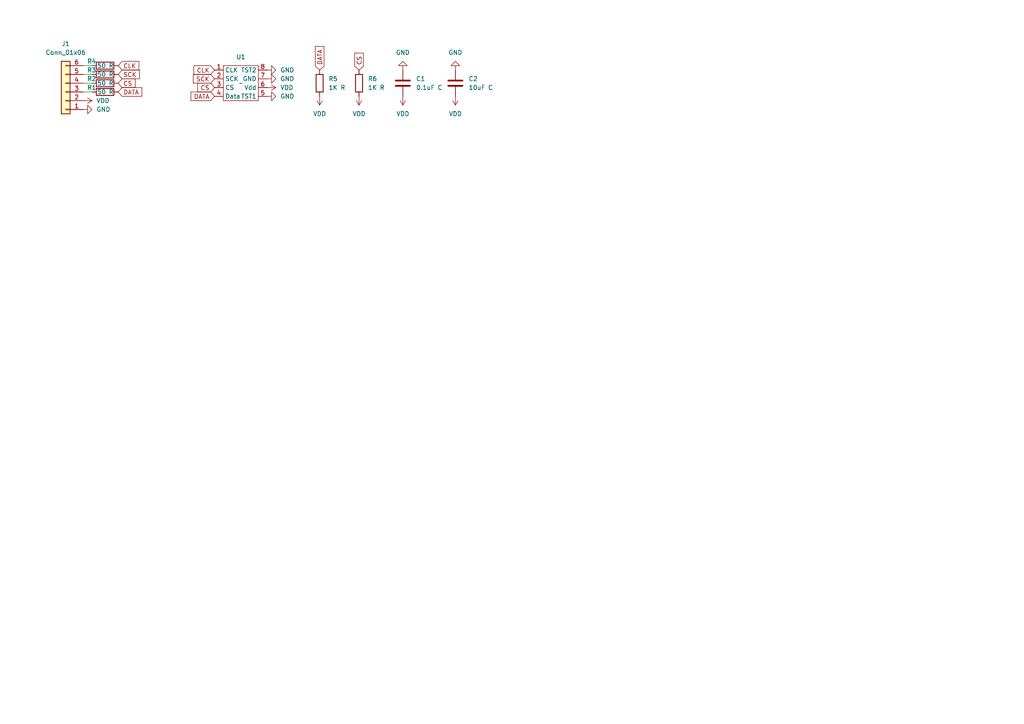
<source format=kicad_sch>
(kicad_sch (version 20230121) (generator eeschema)
  (paper "A4")
  (lib_symbols
    (symbol "Connector_Generic:Conn_01x06" (pin_names (offset 1.016) hide)
      (property "Reference" "J" (at 0 7.62 0))
      (property "Value" "Conn_01x06" (at 0 -10.16 0))
      (symbol "Conn_01x06_1_1"
        (rectangle (start -1.27 -7.493) (end 0 -7.747) (stroke (width 0.1524)))
        (rectangle (start -1.27 -4.953) (end 0 -5.207) (stroke (width 0.1524)))
        (rectangle (start -1.27 -2.413) (end 0 -2.667) (stroke (width 0.1524)))
        (rectangle (start -1.27 0.127) (end 0 -0.127) (stroke (width 0.1524)))
        (rectangle (start -1.27 2.667) (end 0 2.413) (stroke (width 0.1524)))
        (rectangle (start -1.27 5.207) (end 0 4.953) (stroke (width 0.1524)))
        (rectangle (start -1.27 6.35) (end 1.27 -8.89) (stroke (width 0.254)) (fill (type background)))
        (pin passive line (at -5.08 5.08 0) (length 3.81) (name "Pin_1") (number "1"))
        (pin passive line (at -5.08 2.54 0) (length 3.81) (name "Pin_2") (number "2"))
        (pin passive line (at -5.08 0 0) (length 3.81) (name "Pin_3") (number "3"))
        (pin passive line (at -5.08 -2.54 0) (length 3.81) (name "Pin_4") (number "4"))
        (pin passive line (at -5.08 -5.08 0) (length 3.81) (name "Pin_5") (number "5"))
        (pin passive line (at -5.08 -7.62 0) (length 3.81) (name "Pin_6") (number "6"))
      )
    )
    (symbol "Device:C" (pin_numbers hide) (pin_names (offset 0.254))
      (property "Reference" "C" (at 0.635 2.54 0))
      (property "Value" "C" (at 0.635 -2.54 0))
      (symbol "C_0_1"
        (polyline (pts (xy -2.032 -0.762) (xy 2.032 -0.762)) (stroke (width 0.508)))
        (polyline (pts (xy -2.032 0.762) (xy 2.032 0.762)) (stroke (width 0.508)))
      )
      (symbol "C_1_1"
        (pin passive line (at 0 3.81 270) (length 2.794) (name "~") (number "1"))
        (pin passive line (at 0 -3.81 90) (length 2.794) (name "~") (number "2"))
      )
    )
    (symbol "Device:R" (pin_numbers hide) (pin_names (offset 0))
      (property "Reference" "R" (at 2.032 0 90))
      (property "Value" "R" (at 0 0 90))
      (symbol "R_0_1"
        (rectangle (start -1.016 -2.54) (end 1.016 2.54) (stroke (width 0.254)))
      )
      (symbol "R_1_1"
        (pin passive line (at 0 3.81 270) (length 1.27) (name "~") (number "1"))
        (pin passive line (at 0 -3.81 90) (length 1.27) (name "~") (number "2"))
      )
    )
    (symbol "power:GND" (power) (pin_names (offset 0))
      (property "Value" "GND" (at 0 -3.81 0))
      (symbol "GND_0_1"
        (polyline (pts (xy 0 0) (xy 0 -1.27) (xy 1.27 -1.27) (xy 0 -2.54) (xy -1.27 -1.27) (xy 0 -1.27)))
      )
      (symbol "GND_1_1"
        (pin power_in line (at 0 0 270) (length 0) hide (name "GND") (number "1"))
      )
    )
    (symbol "power:VDD" (power) (pin_names (offset 0))
      (property "Value" "VDD" (at 0 3.81 0))
      (symbol "VDD_0_1"
        (polyline (pts (xy -0.762 1.27) (xy 0 2.54)))
        (polyline (pts (xy 0 0) (xy 0 2.54)))
        (polyline (pts (xy 0 2.54) (xy 0.762 1.27)))
      )
      (symbol "VDD_1_1"
        (pin power_in line (at 0 0 90) (length 0) hide (name "VDD") (number "1"))
      )
    )
    (symbol "tle:tle5010"
      (property "Reference" "U" (at 0 0 0))
      (symbol "tle5010_0_1"
        (polyline (pts (xy -5.08 5.08) (xy -5.08 -5.08) (xy 5.08 -5.08) (xy 5.08 5.08) (xy -5.08 5.08)))
      )
      (symbol "tle5010_1_1"
        (pin input line (at -7.62 3.81 0) (length 2.54) (name "CLK") (number "1"))
        (pin input line (at -7.62 1.27 0) (length 2.54) (name "SCK") (number "2"))
        (pin input line (at -7.62 -1.27 0) (length 2.54) (name "CS") (number "3"))
        (pin input line (at -7.62 -3.81 0) (length 2.54) (name "Data") (number "4"))
        (pin input line (at 7.62 -3.81 180) (length 2.54) (name "TST1") (number "5"))
        (pin power_in line (at 7.62 -1.27 180) (length 2.54) (name "Vdd") (number "6"))
        (pin power_in line (at 7.62 1.27 180) (length 2.54) (name "GND") (number "7"))
        (pin input line (at 7.62 3.81 180) (length 2.54) (name "TST2") (number "8"))
      )
    )
  )
  (wire (pts (xy 26.67 26.67) (xy 24.13 26.67)))
  (wire (pts (xy 24.13 21.59) (xy 26.67 21.59)))
  (wire (pts (xy 24.13 24.13) (xy 26.67 24.13)))
  (wire (pts (xy 26.67 19.05) (xy 24.13 19.05)))
  (global_label "CS" (shape input) (at 34.29 24.13 0) (property "Intersheetrefs" "${INTERSHEET_REFS}" (effects hide)))
  (global_label "DATA" (shape input) (at 62.23 27.94 180) (property "Intersheetrefs" "${INTERSHEET_REFS}" (effects hide)))
  (global_label "CS" (shape input) (at 62.23 25.4 180) (property "Intersheetrefs" "${INTERSHEET_REFS}" (effects hide)))
  (global_label "CS" (shape input) (at 104.14 20.32 90) (property "Intersheetrefs" "${INTERSHEET_REFS}" (effects hide)))
  (global_label "DATA" (shape input) (at 34.29 26.67 0) (property "Intersheetrefs" "${INTERSHEET_REFS}" (effects hide)))
  (global_label "SCK" (shape input) (at 62.23 22.86 180) (property "Intersheetrefs" "${INTERSHEET_REFS}" (effects hide)))
  (global_label "SCK" (shape input) (at 34.29 21.59 0) (property "Intersheetrefs" "${INTERSHEET_REFS}" (effects hide)))
  (global_label "DATA" (shape input) (at 92.71 20.32 90) (property "Intersheetrefs" "${INTERSHEET_REFS}" (effects hide)))
  (global_label "CLK" (shape input) (at 34.29 19.05 0) (property "Intersheetrefs" "${INTERSHEET_REFS}" (effects hide)))
  (global_label "CLK" (shape input) (at 62.23 20.32 180) (property "Intersheetrefs" "${INTERSHEET_REFS}" (effects hide)))
  (symbol (lib_id "power:VDD") (at 104.14 27.94 180) (unit 1)
    (property "Reference" "#PWR08" (effects hide))
    (property "Value" "VDD" (at 104.14 33.02 0))
  )
  (symbol (lib_id "power:VDD") (at 24.13 29.21 270) (unit 1)
    (property "Reference" "#PWR02" (effects hide))
    (property "Value" "VDD" (at 27.94 29.21 90) (effects (justify left)))
  )
  (symbol (lib_id "power:GND") (at 24.13 31.75 90) (unit 1)
    (property "Reference" "#PWR01" (effects hide))
    (property "Value" "GND" (at 27.94 31.75 90) (effects (justify right)))
  )
  (symbol (lib_id "Device:R") (at 30.48 21.59 90) (unit 1)
    (property "Reference" "R3" (at 27.94 20.32 90) (effects (justify left)))
    (property "Value" "50 R" (at 33.02 21.59 90) (effects (justify left)))
    (property "Footprint" "Resistor_SMD:R_0805_2012Metric_Pad1.20x1.40mm_HandSolder" (effects hide))
  )
  (symbol (lib_id "Connector_Generic:Conn_01x06") (at 19.05 26.67 180) (unit 1)
    (property "Reference" "J1" (at 19.05 12.7 0))
    (property "Value" "Conn_01x06" (at 19.05 15.24 0))
    (property "Footprint" "Connector_PinHeader_2.54mm:PinHeader_1x06_P2.54mm_Vertical" (effects hide))
  )
  (symbol (lib_id "Device:R") (at 30.48 26.67 90) (unit 1)
    (property "Reference" "R1" (at 27.94 25.4 90) (effects (justify left)))
    (property "Value" "50 R" (at 33.02 26.67 90) (effects (justify left)))
    (property "Footprint" "Resistor_SMD:R_0805_2012Metric_Pad1.20x1.40mm_HandSolder" (effects hide))
  )
  (symbol (lib_id "power:GND") (at 77.47 22.86 90) (unit 1)
    (property "Reference" "#PWR04" (effects hide))
    (property "Value" "GND" (at 81.28 22.86 90) (effects (justify right)))
  )
  (symbol (lib_id "Device:C") (at 132.08 24.13 180) (unit 1)
    (property "Reference" "C2" (at 135.89 22.86 0) (effects (justify right)))
    (property "Value" "10uF C" (at 135.89 25.4 0) (effects (justify right)))
    (property "Footprint" "Capacitor_SMD:C_0805_2012Metric_Pad1.18x1.45mm_HandSolder" (effects hide))
  )
  (symbol (lib_id "power:GND") (at 77.47 20.32 90) (unit 1)
    (property "Reference" "#PWR05" (effects hide))
    (property "Value" "GND" (at 81.28 20.32 90) (effects (justify right)))
  )
  (symbol (lib_id "Device:R") (at 30.48 19.05 90) (unit 1)
    (property "Reference" "R4" (at 27.94 17.78 90) (effects (justify left)))
    (property "Value" "50 R" (at 33.02 19.05 90) (effects (justify left)))
    (property "Footprint" "Resistor_SMD:R_0805_2012Metric_Pad1.20x1.40mm_HandSolder" (effects hide))
  )
  (symbol (lib_id "power:GND") (at 77.47 27.94 90) (unit 1)
    (property "Reference" "#PWR06" (effects hide))
    (property "Value" "GND" (at 81.28 27.94 90) (effects (justify right)))
  )
  (symbol (lib_id "power:VDD") (at 132.08 27.94 180) (unit 1)
    (property "Reference" "#PWR012" (effects hide))
    (property "Value" "VDD" (at 132.08 33.02 0))
  )
  (symbol (lib_id "power:VDD") (at 116.84 27.94 180) (unit 1)
    (property "Reference" "#PWR010" (effects hide))
    (property "Value" "VDD" (at 116.84 33.02 0))
  )
  (symbol (lib_id "power:VDD") (at 92.71 27.94 180) (unit 1)
    (property "Reference" "#PWR07" (effects hide))
    (property "Value" "VDD" (at 92.71 33.02 0))
  )
  (symbol (lib_id "Device:R") (at 92.71 24.13 0) (unit 1)
    (property "Reference" "R5" (at 95.25 22.86 0) (effects (justify left)))
    (property "Value" "1K R" (at 95.25 25.4 0) (effects (justify left)))
    (property "Footprint" "Resistor_SMD:R_0805_2012Metric_Pad1.20x1.40mm_HandSolder" (effects hide))
  )
  (symbol (lib_id "power:GND") (at 132.08 20.32 180) (unit 1)
    (property "Reference" "#PWR09" (effects hide))
    (property "Value" "GND" (at 132.08 15.24 0))
  )
  (symbol (lib_id "power:GND") (at 116.84 20.32 180) (unit 1)
    (property "Reference" "#PWR011" (effects hide))
    (property "Value" "GND" (at 116.84 15.24 0))
  )
  (symbol (lib_id "Device:R") (at 104.14 24.13 0) (unit 1)
    (property "Reference" "R6" (at 106.68 22.86 0) (effects (justify left)))
    (property "Value" "1K R" (at 106.68 25.4 0) (effects (justify left)))
    (property "Footprint" "Resistor_SMD:R_0805_2012Metric_Pad1.20x1.40mm_HandSolder" (effects hide))
  )
  (symbol (lib_id "tle:tle5010") (at 69.85 24.13 0) (unit 1)
    (property "Reference" "U1" (at 69.85 16.51 0))
    (property "Value" "~" (at 69.85 24.13 0))
    (property "Footprint" "Package_SO:SOIC-8_3.9x4.9mm_P1.27mm" (effects hide))
  )
  (symbol (lib_id "power:VDD") (at 77.47 25.4 270) (unit 1)
    (property "Reference" "#PWR03" (effects hide))
    (property "Value" "VDD" (at 81.28 25.4 90) (effects (justify left)))
  )
  (symbol (lib_id "Device:R") (at 30.48 24.13 90) (unit 1)
    (property "Reference" "R2" (at 27.94 22.86 90) (effects (justify left)))
    (property "Value" "50 R" (at 33.02 24.13 90) (effects (justify left)))
    (property "Footprint" "Resistor_SMD:R_0805_2012Metric_Pad1.20x1.40mm_HandSolder" (effects hide))
  )
  (symbol (lib_id "Device:C") (at 116.84 24.13 180) (unit 1)
    (property "Reference" "C1" (at 120.65 22.86 0) (effects (justify right)))
    (property "Value" "0.1uF C" (at 120.65 25.4 0) (effects (justify right)))
    (property "Footprint" "Capacitor_SMD:C_0805_2012Metric_Pad1.18x1.45mm_HandSolder" (effects hide))
  )
)
</source>
